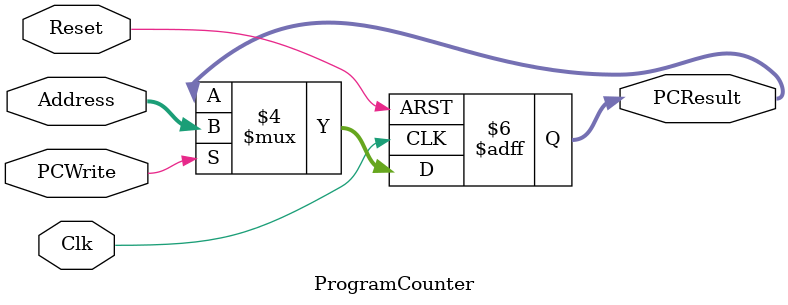
<source format=v>
`timescale 1ns / 1ps


module ProgramCounter(Address, PCResult, Reset, Clk,
                      PCWrite); // Added for Hazard Detection

	input PCWrite;
    input [31:0] Address;
	input Reset, Clk;

	output reg [31:0] PCResult;

    /* Please fill in the implementation here... */
    always @ (posedge Clk or posedge Reset)
    begin
    
        if (Reset == 1)
        begin
            PCResult <= 0;
        end
        else if (PCWrite == 1) // if PCWrite is 1, then write as normal, otherwise don't write
        begin
            PCResult <= Address;
        end
     end
endmodule


</source>
